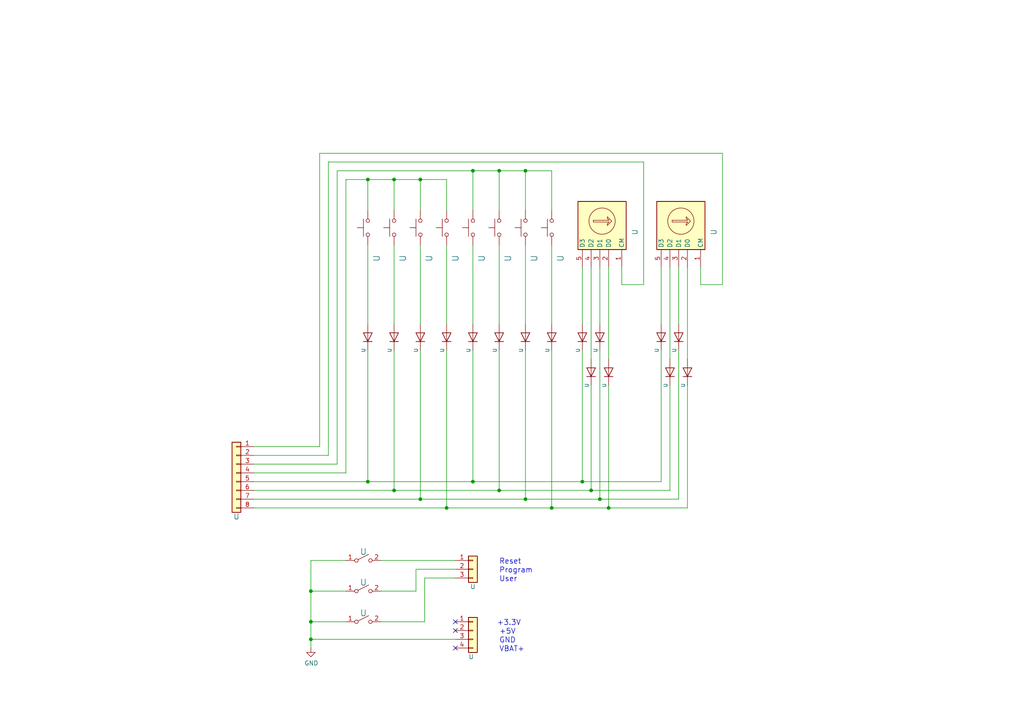
<source format=kicad_sch>
(kicad_sch (version 20220404) (generator eeschema)
  (paper "A4")
  (title_block (title "Buttons and encoders") (date "2020-04-15"))
  (lib_symbols
    (symbol "RCTX-rescue:Conn_01x03-conn" (pin_names (offset 1.016) hide)
      (property "Reference" "J" (at 0 5.08 0))
      (property "Value" "Conn_01x03-conn" (at 0 -5.08 0))
      (symbol "Conn_01x03-conn_1_1"
        (rectangle (start -1.27 -2.413) (end 0 -2.667) (stroke (width 0.1524)))
        (rectangle (start -1.27 0.127) (end 0 -0.127) (stroke (width 0.1524)))
        (rectangle (start -1.27 2.667) (end 0 2.413) (stroke (width 0.1524)))
        (rectangle (start -1.27 3.81) (end 1.27 -3.81) (stroke (width 0.254)) (fill (type background)))
        (pin passive line (at -5.08 2.54 0) (length 3.81) (name "Pin_1") (number "1"))
        (pin passive line (at -5.08 0 0) (length 3.81) (name "Pin_2") (number "2"))
        (pin passive line (at -5.08 -2.54 0) (length 3.81) (name "Pin_3") (number "3"))
      )
    )
    (symbol "RCTX-rescue:Conn_01x04-conn" (pin_names (offset 1.016) hide)
      (property "Reference" "J" (at 0 5.08 0))
      (property "Value" "Conn_01x04-conn" (at 0 -7.62 0))
      (symbol "Conn_01x04-conn_1_1"
        (rectangle (start -1.27 -4.953) (end 0 -5.207) (stroke (width 0.1524)))
        (rectangle (start -1.27 -2.413) (end 0 -2.667) (stroke (width 0.1524)))
        (rectangle (start -1.27 0.127) (end 0 -0.127) (stroke (width 0.1524)))
        (rectangle (start -1.27 2.667) (end 0 2.413) (stroke (width 0.1524)))
        (rectangle (start -1.27 3.81) (end 1.27 -6.35) (stroke (width 0.254)) (fill (type background)))
        (pin passive line (at -5.08 2.54 0) (length 3.81) (name "Pin_1") (number "1"))
        (pin passive line (at -5.08 0 0) (length 3.81) (name "Pin_2") (number "2"))
        (pin passive line (at -5.08 -2.54 0) (length 3.81) (name "Pin_3") (number "3"))
        (pin passive line (at -5.08 -5.08 0) (length 3.81) (name "Pin_4") (number "4"))
      )
    )
    (symbol "RCTX-rescue:Conn_01x08-conn" (pin_names (offset 1.016) hide)
      (property "Reference" "J" (at 0 10.16 0))
      (property "Value" "Conn_01x08-conn" (at 0 -12.7 0))
      (symbol "Conn_01x08-conn_1_1"
        (rectangle (start -1.27 -10.033) (end 0 -10.287) (stroke (width 0.1524)))
        (rectangle (start -1.27 -7.493) (end 0 -7.747) (stroke (width 0.1524)))
        (rectangle (start -1.27 -4.953) (end 0 -5.207) (stroke (width 0.1524)))
        (rectangle (start -1.27 -2.413) (end 0 -2.667) (stroke (width 0.1524)))
        (rectangle (start -1.27 0.127) (end 0 -0.127) (stroke (width 0.1524)))
        (rectangle (start -1.27 2.667) (end 0 2.413) (stroke (width 0.1524)))
        (rectangle (start -1.27 5.207) (end 0 4.953) (stroke (width 0.1524)))
        (rectangle (start -1.27 7.747) (end 0 7.493) (stroke (width 0.1524)))
        (rectangle (start -1.27 8.89) (end 1.27 -11.43) (stroke (width 0.254)) (fill (type background)))
        (pin passive line (at -5.08 7.62 0) (length 3.81) (name "Pin_1") (number "1"))
        (pin passive line (at -5.08 5.08 0) (length 3.81) (name "Pin_2") (number "2"))
        (pin passive line (at -5.08 2.54 0) (length 3.81) (name "Pin_3") (number "3"))
        (pin passive line (at -5.08 0 0) (length 3.81) (name "Pin_4") (number "4"))
        (pin passive line (at -5.08 -2.54 0) (length 3.81) (name "Pin_5") (number "5"))
        (pin passive line (at -5.08 -5.08 0) (length 3.81) (name "Pin_6") (number "6"))
        (pin passive line (at -5.08 -7.62 0) (length 3.81) (name "Pin_7") (number "7"))
        (pin passive line (at -5.08 -10.16 0) (length 3.81) (name "Pin_8") (number "8"))
      )
    )
    (symbol "RCTX-rescue:D-device" (pin_numbers hide) (pin_names (offset 1.016) hide)
      (property "Reference" "D" (at 0 2.54 0))
      (property "Value" "D-device" (at 0 -2.54 0))
      (symbol "D-device_0_1"
        (polyline (pts (xy -1.27 1.27) (xy -1.27 -1.27)) (stroke (width 0.2032)))
        (polyline (pts (xy 1.27 0) (xy -1.27 0)))
        (polyline (pts (xy 1.27 1.27) (xy 1.27 -1.27) (xy -1.27 0) (xy 1.27 1.27)) (stroke (width 0.2032)))
      )
      (symbol "D-device_1_1"
        (pin passive line (at -3.81 0 0) (length 2.54) (name "K") (number "1"))
        (pin passive line (at 3.81 0 180) (length 2.54) (name "A") (number "2"))
      )
    )
    (symbol "RCTX-rescue:GND-power" (power) (pin_names (offset 0))
      (property "Value" "GND-power" (at 0 -3.81 0))
      (symbol "GND-power_0_1"
        (polyline (pts (xy 0 0) (xy 0 -1.27) (xy 1.27 -1.27) (xy 0 -2.54) (xy -1.27 -1.27) (xy 0 -1.27)))
      )
      (symbol "GND-power_1_1"
        (pin power_in line (at 0 0 270) (length 0) hide (name "GND") (number "1"))
      )
    )
    (symbol "RCTX-rescue:SW_Coded-switches"
      (property "Reference" "SW" (at -6.35 8.89 0))
      (property "Value" "SW_Coded-switches" (at -6.35 -7.62 0))
      (symbol "SW_Coded-switches_0_1"
        (circle (center -0.635 0.635) (radius 3.81))
        (polyline (pts (xy -0.889 -1.905) (xy -0.889 2.667) (xy -1.397 2.159) (xy -1.905 2.159) (xy -0.635 3.429) (xy 0.635 2.159) (xy 0.127 2.159) (xy -0.381 2.667) (xy -0.381 -1.905) (xy -0.889 -1.905) (xy -0.889 -1.905)))
        (rectangle (start 7.62 7.62) (end -6.35 -6.35) (stroke (width 0.254)) (fill (type background)))
      )
      (symbol "SW_Coded-switches_1_1"
        (pin passive line (at 12.7 6.35 180) (length 5.08) (name "CM") (number "1"))
        (pin passive line (at 12.7 2.54 180) (length 5.08) (name "D0") (number "2"))
        (pin passive line (at 12.7 0 180) (length 5.08) (name "D1") (number "3"))
        (pin passive line (at 12.7 -2.54 180) (length 5.08) (name "D2") (number "4"))
        (pin passive line (at 12.7 -5.08 180) (length 5.08) (name "D3") (number "5"))
      )
    )
    (symbol "RCTX-rescue:SW_Push-switches" (pin_numbers hide) (pin_names (offset 1.016) hide)
      (property "Reference" "SW" (at 1.27 2.54 0))
      (property "Value" "SW_Push-switches" (at 0 -1.524 0))
      (symbol "SW_Push-switches_0_1"
        (circle (center -2.032 0) (radius 0.508))
        (polyline (pts (xy 0 1.27) (xy 0 3.048)))
        (polyline (pts (xy 2.54 1.27) (xy -2.54 1.27)))
        (circle (center 2.032 0) (radius 0.508))
        (pin passive line (at -5.08 0 0) (length 2.54) (name "1") (number "1"))
        (pin passive line (at 5.08 0 180) (length 2.54) (name "2") (number "2"))
      )
    )
    (symbol "RCTX-rescue:SW_SPST-switches" (pin_names (offset 0) hide)
      (property "Reference" "SW" (at 0 3.175 0))
      (property "Value" "SW_SPST-switches" (at 0 -2.54 0))
      (symbol "SW_SPST-switches_0_0"
        (circle (center -2.032 0) (radius 0.508))
        (polyline (pts (xy -1.524 0.254) (xy 1.524 1.778)))
        (circle (center 2.032 0) (radius 0.508))
      )
      (symbol "SW_SPST-switches_1_1"
        (pin passive line (at -5.08 0 0) (length 2.54) (name "A") (number "1"))
        (pin passive line (at 5.08 0 180) (length 2.54) (name "B") (number "2"))
      )
    )
  )
  (junction (at 152.4 144.78))
  (junction (at 106.68 52.07))
  (junction (at 137.16 139.7))
  (junction (at 137.16 49.53))
  (junction (at 114.3 52.07))
  (junction (at 90.17 171.45))
  (junction (at 90.17 185.42))
  (junction (at 168.91 139.7))
  (junction (at 176.53 147.32))
  (junction (at 152.4 49.53))
  (junction (at 173.99 144.78))
  (junction (at 106.68 139.7))
  (junction (at 114.3 142.24))
  (junction (at 90.17 180.34))
  (junction (at 160.02 147.32))
  (junction (at 171.45 142.24))
  (junction (at 144.78 49.53))
  (junction (at 121.92 144.78))
  (junction (at 121.92 52.07))
  (junction (at 129.54 147.32))
  (junction (at 144.78 142.24))
  (no_connect (at 132.08 180.34))
  (no_connect (at 132.08 182.88))
  (no_connect (at 132.08 187.96))
  (wire (pts (xy 186.69 82.55) (xy 180.34 82.55)))
  (wire (pts (xy 97.79 49.53) (xy 97.79 134.62)))
  (wire (pts (xy 160.02 147.32) (xy 160.02 101.6)))
  (wire (pts (xy 92.71 44.45) (xy 92.71 129.54)))
  (wire (pts (xy 144.78 142.24) (xy 144.78 101.6)))
  (wire (pts (xy 176.53 147.32) (xy 160.02 147.32)))
  (wire (pts (xy 100.33 137.16) (xy 73.66 137.16)))
  (wire (pts (xy 132.08 167.64) (xy 123.19 167.64)))
  (wire (pts (xy 176.53 104.14) (xy 176.53 77.47)))
  (wire (pts (xy 160.02 49.53) (xy 152.4 49.53)))
  (wire (pts (xy 144.78 49.53) (xy 137.16 49.53)))
  (wire (pts (xy 90.17 185.42) (xy 90.17 180.34)))
  (wire (pts (xy 173.99 144.78) (xy 196.85 144.78)))
  (wire (pts (xy 129.54 52.07) (xy 121.92 52.07)))
  (wire (pts (xy 129.54 71.12) (xy 129.54 93.98)))
  (wire (pts (xy 110.49 171.45) (xy 120.65 171.45)))
  (wire (pts (xy 106.68 52.07) (xy 100.33 52.07)))
  (wire (pts (xy 106.68 52.07) (xy 106.68 60.96)))
  (wire (pts (xy 121.92 144.78) (xy 152.4 144.78)))
  (wire (pts (xy 194.31 111.76) (xy 194.31 142.24)))
  (wire (pts (xy 152.4 144.78) (xy 173.99 144.78)))
  (wire (pts (xy 120.65 171.45) (xy 120.65 165.1)))
  (wire (pts (xy 132.08 162.56) (xy 110.49 162.56)))
  (wire (pts (xy 180.34 82.55) (xy 180.34 77.47)))
  (wire (pts (xy 90.17 180.34) (xy 100.33 180.34)))
  (wire (pts (xy 90.17 162.56) (xy 100.33 162.56)))
  (wire (pts (xy 137.16 101.6) (xy 137.16 139.7)))
  (wire (pts (xy 186.69 46.99) (xy 186.69 82.55)))
  (wire (pts (xy 90.17 185.42) (xy 90.17 187.96)))
  (wire (pts (xy 121.92 52.07) (xy 114.3 52.07)))
  (wire (pts (xy 95.25 46.99) (xy 186.69 46.99)))
  (wire (pts (xy 114.3 52.07) (xy 106.68 52.07)))
  (wire (pts (xy 168.91 139.7) (xy 191.77 139.7)))
  (wire (pts (xy 144.78 49.53) (xy 144.78 60.96)))
  (wire (pts (xy 95.25 46.99) (xy 95.25 132.08)))
  (wire (pts (xy 137.16 139.7) (xy 168.91 139.7)))
  (wire (pts (xy 160.02 60.96) (xy 160.02 49.53)))
  (wire (pts (xy 152.4 101.6) (xy 152.4 144.78)))
  (wire (pts (xy 73.66 144.78) (xy 121.92 144.78)))
  (wire (pts (xy 196.85 93.98) (xy 196.85 77.47)))
  (wire (pts (xy 123.19 167.64) (xy 123.19 180.34)))
  (wire (pts (xy 203.2 77.47) (xy 203.2 82.55)))
  (wire (pts (xy 199.39 77.47) (xy 199.39 104.14)))
  (wire (pts (xy 199.39 111.76) (xy 199.39 147.32)))
  (wire (pts (xy 123.19 180.34) (xy 110.49 180.34)))
  (wire (pts (xy 137.16 49.53) (xy 137.16 60.96)))
  (wire (pts (xy 137.16 49.53) (xy 97.79 49.53)))
  (wire (pts (xy 168.91 101.6) (xy 168.91 139.7)))
  (wire (pts (xy 209.55 82.55) (xy 209.55 44.45)))
  (wire (pts (xy 106.68 139.7) (xy 137.16 139.7)))
  (wire (pts (xy 129.54 147.32) (xy 73.66 147.32)))
  (wire (pts (xy 144.78 71.12) (xy 144.78 93.98)))
  (wire (pts (xy 114.3 142.24) (xy 73.66 142.24)))
  (wire (pts (xy 191.77 93.98) (xy 191.77 77.47)))
  (wire (pts (xy 160.02 71.12) (xy 160.02 93.98)))
  (wire (pts (xy 203.2 82.55) (xy 209.55 82.55)))
  (wire (pts (xy 120.65 165.1) (xy 132.08 165.1)))
  (wire (pts (xy 194.31 142.24) (xy 171.45 142.24)))
  (wire (pts (xy 90.17 171.45) (xy 90.17 162.56)))
  (wire (pts (xy 114.3 52.07) (xy 114.3 60.96)))
  (wire (pts (xy 152.4 93.98) (xy 152.4 71.12)))
  (wire (pts (xy 196.85 144.78) (xy 196.85 101.6)))
  (wire (pts (xy 90.17 171.45) (xy 100.33 171.45)))
  (wire (pts (xy 173.99 101.6) (xy 173.99 144.78)))
  (wire (pts (xy 73.66 129.54) (xy 92.71 129.54)))
  (wire (pts (xy 121.92 101.6) (xy 121.92 144.78)))
  (wire (pts (xy 152.4 49.53) (xy 144.78 49.53)))
  (wire (pts (xy 137.16 93.98) (xy 137.16 71.12)))
  (wire (pts (xy 73.66 134.62) (xy 97.79 134.62)))
  (wire (pts (xy 114.3 71.12) (xy 114.3 93.98)))
  (wire (pts (xy 121.92 60.96) (xy 121.92 52.07)))
  (wire (pts (xy 106.68 93.98) (xy 106.68 71.12)))
  (wire (pts (xy 129.54 60.96) (xy 129.54 52.07)))
  (wire (pts (xy 144.78 142.24) (xy 114.3 142.24)))
  (wire (pts (xy 168.91 93.98) (xy 168.91 77.47)))
  (wire (pts (xy 90.17 180.34) (xy 90.17 171.45)))
  (wire (pts (xy 121.92 93.98) (xy 121.92 71.12)))
  (wire (pts (xy 73.66 139.7) (xy 106.68 139.7)))
  (wire (pts (xy 160.02 147.32) (xy 129.54 147.32)))
  (wire (pts (xy 114.3 142.24) (xy 114.3 101.6)))
  (wire (pts (xy 171.45 142.24) (xy 144.78 142.24)))
  (wire (pts (xy 106.68 101.6) (xy 106.68 139.7)))
  (wire (pts (xy 191.77 139.7) (xy 191.77 101.6)))
  (wire (pts (xy 171.45 111.76) (xy 171.45 142.24)))
  (wire (pts (xy 194.31 77.47) (xy 194.31 104.14)))
  (wire (pts (xy 132.08 185.42) (xy 90.17 185.42)))
  (wire (pts (xy 171.45 77.47) (xy 171.45 104.14)))
  (wire (pts (xy 209.55 44.45) (xy 92.71 44.45)))
  (wire (pts (xy 129.54 147.32) (xy 129.54 101.6)))
  (wire (pts (xy 100.33 52.07) (xy 100.33 137.16)))
  (wire (pts (xy 199.39 147.32) (xy 176.53 147.32)))
  (wire (pts (xy 95.25 132.08) (xy 73.66 132.08)))
  (wire (pts (xy 173.99 93.98) (xy 173.99 77.47)))
  (wire (pts (xy 176.53 111.76) (xy 176.53 147.32)))
  (wire (pts (xy 152.4 60.96) (xy 152.4 49.53)))
  (text "GND" (at 144.78 186.69 0) (effects (font (size 1.524 1.524)) (justify left bottom)))
  (text "+5V" (at 144.78 184.15 0) (effects (font (size 1.524 1.524)) (justify left bottom)))
  (text "User" (at 144.78 168.91 0) (effects (font (size 1.524 1.524)) (justify left bottom)))
  (text "VBAT+" (at 144.78 189.23 0) (effects (font (size 1.524 1.524)) (justify left bottom)))
  (text "+3.3V" (at 151.13 181.61 0) (effects (font (size 1.524 1.524)) (justify right bottom)))
  (text "Program" (at 144.78 166.37 0) (effects (font (size 1.524 1.524)) (justify left bottom)))
  (text "Reset" (at 144.78 163.83 0) (effects (font (size 1.524 1.524)) (justify left bottom)))
  (symbol (lib_id "RCTX-rescue:SW_Push-switches") (at 106.68 66.04 90) (unit 1)
    (default_instance (reference "U") (unit 1) (value "") (footprint ""))
    (property "Reference" "U" (at 109.22 74.93 0) (effects (font (size 1.778 1.778))))
  )
  (symbol (lib_id "RCTX-rescue:SW_Coded-switches") (at 173.99 64.77 270) (unit 1)
    (default_instance (reference "U") (unit 1) (value "") (footprint ""))
    (property "Reference" "U" (at 184.15 67.31 0) (effects (font (size 1.524 1.524))))
  )
  (symbol (lib_id "RCTX-rescue:SW_Coded-switches") (at 196.85 64.77 270) (unit 1)
    (default_instance (reference "U") (unit 1) (value "") (footprint ""))
    (property "Reference" "U" (at 207.01 67.31 0) (effects (font (size 1.524 1.524))))
  )
  (symbol (lib_id "RCTX-rescue:D-device") (at 106.68 97.79 90) (unit 1)
    (default_instance (reference "U") (unit 1) (value "") (footprint ""))
    (property "Reference" "U" (at 105.41 101.6 0) (effects (font (size 1.016 1.016))))
  )
  (symbol (lib_id "RCTX-rescue:D-device") (at 114.3 97.79 90) (unit 1)
    (default_instance (reference "U") (unit 1) (value "") (footprint ""))
    (property "Reference" "U" (at 113.03 101.6 0) (effects (font (size 1.016 1.016))))
  )
  (symbol (lib_id "RCTX-rescue:D-device") (at 121.92 97.79 90) (unit 1)
    (default_instance (reference "U") (unit 1) (value "") (footprint ""))
    (property "Reference" "U" (at 120.65 101.6 0) (effects (font (size 1.016 1.016))))
  )
  (symbol (lib_id "RCTX-rescue:D-device") (at 129.54 97.79 90) (unit 1)
    (default_instance (reference "U") (unit 1) (value "") (footprint ""))
    (property "Reference" "U" (at 128.27 101.6 0) (effects (font (size 1.016 1.016))))
  )
  (symbol (lib_id "RCTX-rescue:D-device") (at 137.16 97.79 90) (unit 1)
    (default_instance (reference "U") (unit 1) (value "") (footprint ""))
    (property "Reference" "U" (at 135.89 101.6 0) (effects (font (size 1.016 1.016))))
  )
  (symbol (lib_id "RCTX-rescue:D-device") (at 144.78 97.79 90) (unit 1)
    (default_instance (reference "U") (unit 1) (value "") (footprint ""))
    (property "Reference" "U" (at 143.51 101.6 0) (effects (font (size 1.016 1.016))))
  )
  (symbol (lib_id "RCTX-rescue:D-device") (at 152.4 97.79 90) (unit 1)
    (default_instance (reference "U") (unit 1) (value "") (footprint ""))
    (property "Reference" "U" (at 151.13 101.6 0) (effects (font (size 1.016 1.016))))
  )
  (symbol (lib_id "RCTX-rescue:D-device") (at 160.02 97.79 90) (unit 1)
    (default_instance (reference "U") (unit 1) (value "") (footprint ""))
    (property "Reference" "U" (at 158.75 101.6 0) (effects (font (size 1.016 1.016))))
  )
  (symbol (lib_id "RCTX-rescue:D-device") (at 168.91 97.79 90) (unit 1)
    (default_instance (reference "U") (unit 1) (value "") (footprint ""))
    (property "Reference" "U" (at 167.64 101.6 0) (effects (font (size 1.016 1.016))))
  )
  (symbol (lib_id "RCTX-rescue:D-device") (at 171.45 107.95 90) (unit 1)
    (default_instance (reference "U") (unit 1) (value "") (footprint ""))
    (property "Reference" "U" (at 170.18 111.76 0) (effects (font (size 1.016 1.016))))
  )
  (symbol (lib_id "RCTX-rescue:D-device") (at 173.99 97.79 90) (unit 1)
    (default_instance (reference "U") (unit 1) (value "") (footprint ""))
    (property "Reference" "U" (at 172.72 101.6 0) (effects (font (size 1.016 1.016))))
  )
  (symbol (lib_id "RCTX-rescue:D-device") (at 176.53 107.95 90) (unit 1)
    (default_instance (reference "U") (unit 1) (value "") (footprint ""))
    (property "Reference" "U" (at 175.26 111.76 0) (effects (font (size 1.016 1.016))))
  )
  (symbol (lib_id "RCTX-rescue:D-device") (at 191.77 97.79 90) (unit 1)
    (default_instance (reference "U") (unit 1) (value "") (footprint ""))
    (property "Reference" "U" (at 190.5 101.6 0) (effects (font (size 1.016 1.016))))
  )
  (symbol (lib_id "RCTX-rescue:D-device") (at 194.31 107.95 90) (unit 1)
    (default_instance (reference "U") (unit 1) (value "") (footprint ""))
    (property "Reference" "U" (at 193.04 111.76 0) (effects (font (size 1.016 1.016))))
  )
  (symbol (lib_id "RCTX-rescue:D-device") (at 196.85 97.79 90) (unit 1)
    (default_instance (reference "U") (unit 1) (value "") (footprint ""))
    (property "Reference" "U" (at 195.58 101.6 0) (effects (font (size 1.016 1.016))))
  )
  (symbol (lib_id "RCTX-rescue:D-device") (at 199.39 107.95 90) (unit 1)
    (default_instance (reference "U") (unit 1) (value "") (footprint ""))
    (property "Reference" "U" (at 198.12 111.76 0) (effects (font (size 1.016 1.016))))
  )
  (symbol (lib_id "RCTX-rescue:SW_Push-switches") (at 114.3 66.04 90) (unit 1)
    (default_instance (reference "U") (unit 1) (value "") (footprint ""))
    (property "Reference" "U" (at 116.84 74.93 0) (effects (font (size 1.778 1.778))))
  )
  (symbol (lib_id "RCTX-rescue:SW_Push-switches") (at 121.92 66.04 90) (unit 1)
    (default_instance (reference "U") (unit 1) (value "") (footprint ""))
    (property "Reference" "U" (at 124.46 74.93 0) (effects (font (size 1.778 1.778))))
  )
  (symbol (lib_id "RCTX-rescue:SW_Push-switches") (at 129.54 66.04 90) (unit 1)
    (default_instance (reference "U") (unit 1) (value "") (footprint ""))
    (property "Reference" "U" (at 132.08 74.93 0) (effects (font (size 1.778 1.778))))
  )
  (symbol (lib_id "RCTX-rescue:SW_Push-switches") (at 137.16 66.04 90) (unit 1)
    (default_instance (reference "U") (unit 1) (value "") (footprint ""))
    (property "Reference" "U" (at 139.7 74.93 0) (effects (font (size 1.778 1.778))))
  )
  (symbol (lib_id "RCTX-rescue:SW_Push-switches") (at 144.78 66.04 90) (unit 1)
    (default_instance (reference "U") (unit 1) (value "") (footprint ""))
    (property "Reference" "U" (at 147.32 74.93 0) (effects (font (size 1.778 1.778))))
  )
  (symbol (lib_id "RCTX-rescue:SW_Push-switches") (at 152.4 66.04 90) (unit 1)
    (default_instance (reference "U") (unit 1) (value "") (footprint ""))
    (property "Reference" "U" (at 154.94 74.93 0) (effects (font (size 1.778 1.778))))
  )
  (symbol (lib_id "RCTX-rescue:SW_Push-switches") (at 160.02 66.04 90) (unit 1)
    (default_instance (reference "U") (unit 1) (value "") (footprint ""))
    (property "Reference" "U" (at 162.56 74.93 0) (effects (font (size 1.778 1.778))))
  )
  (symbol (lib_id "RCTX-rescue:Conn_01x08-conn") (at 68.58 137.16 0) (mirror y) (unit 1)
    (default_instance (reference "U") (unit 1) (value "") (footprint ""))
    (property "Reference" "U" (at 68.58 149.86 0) (effects (font (size 1.524 1.524))))
  )
  (symbol (lib_id "RCTX-rescue:SW_SPST-switches") (at 105.41 162.56 0) (unit 1)
    (default_instance (reference "U") (unit 1) (value "") (footprint ""))
    (property "Reference" "U" (at 105.41 160.02 0) (effects (font (size 1.778 1.778))))
  )
  (symbol (lib_id "RCTX-rescue:SW_SPST-switches") (at 105.41 171.45 0) (unit 1)
    (default_instance (reference "U") (unit 1) (value "") (footprint ""))
    (property "Reference" "U" (at 105.41 168.91 0) (effects (font (size 1.778 1.778))))
  )
  (symbol (lib_id "RCTX-rescue:SW_SPST-switches") (at 105.41 180.34 0) (unit 1)
    (default_instance (reference "U") (unit 1) (value "") (footprint ""))
    (property "Reference" "U" (at 105.41 177.8 0) (effects (font (size 1.778 1.778))))
  )
  (symbol (lib_id "RCTX-rescue:Conn_01x03-conn") (at 137.16 165.1 0) (unit 1)
    (default_instance (reference "U") (unit 1) (value "") (footprint ""))
    (property "Reference" "U" (at 137.16 170.18 0))
  )
  (symbol (lib_id "RCTX-rescue:Conn_01x04-conn") (at 137.16 182.88 0) (unit 1)
    (default_instance (reference "U") (unit 1) (value "") (footprint ""))
    (property "Reference" "U" (at 135.89 190.5 0) (effects (justify left)))
  )
  (symbol (lib_id "RCTX-rescue:GND-power") (at 90.17 187.96 0) (unit 1)
    (default_instance (reference "U") (unit 1) (value "") (footprint ""))
    (property "Reference" "U" (effects hide))
  )
)
</source>
